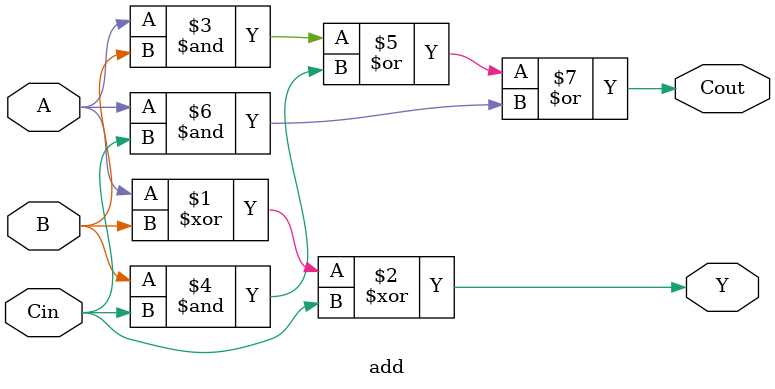
<source format=v>
module add(
    input A,
    input B,
    input Cin, // Carry In
    output Y,
    output Cout // Carry Out
);

    assign Y = (A ^ B ^ Cin); // Sum
    assign Cout = (A & B) | (B & Cin) | (A & Cin); // Carry

endmodule
</source>
